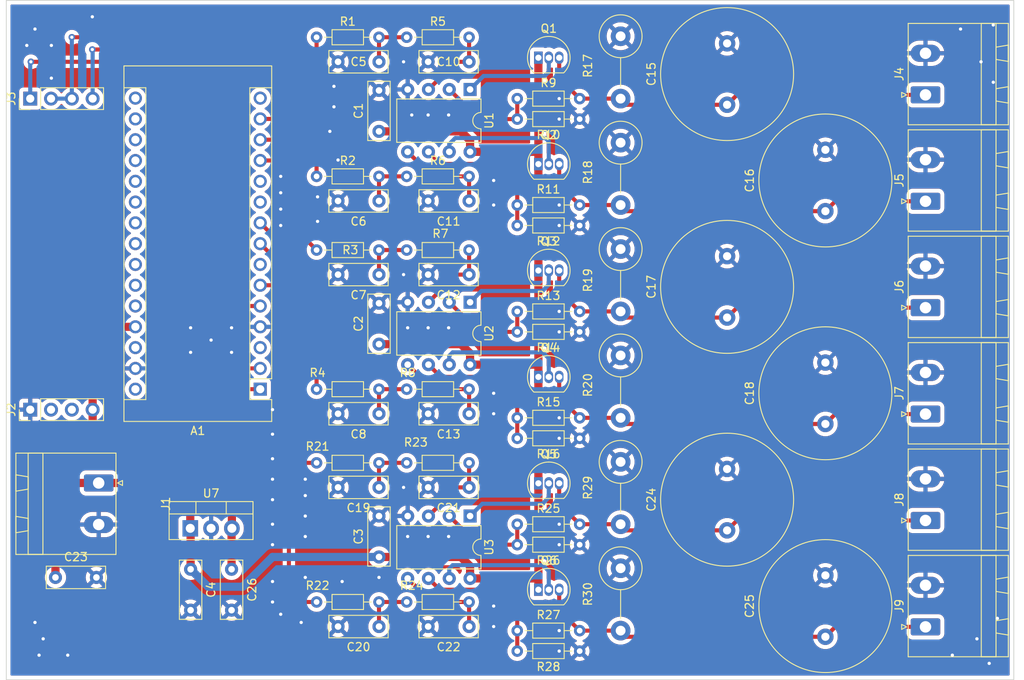
<source format=kicad_pcb>
(kicad_pcb (version 20211014) (generator pcbnew)
  (layers (0 "F.Cu" signal) (31 "B.Cu" signal) (34 "B.Paste" user) (35 "F.Paste" user) (36 "B.SilkS" user "B.Silkscreen") (37 "F.SilkS" user "F.Silkscreen") (38 "B.Mask" user) (39 "F.Mask" user) (44 "Edge.Cuts" user))
  (net 0 "")
  (net 1 "TX")
  (net 2 "RX")
  (net 4 "GND")
  (net 5 "OE")
  (net 6 "PWM0")
  (net 8 "PWM1")
  (net 9 "PWM2")
  (net 12 "PWM3")
  (net 13 "PWM4")
  (net 14 "PWM5")
  (net 27 "+5V")
  (net 30 "+12V")
  (net 31 "Net-(C5-Pad1)")
  (net 32 "Net-(C6-Pad1)")
  (net 33 "Net-(C7-Pad1)")
  (net 34 "Net-(C8-Pad1)")
  (net 35 "Net-(C10-Pad1)")
  (net 36 "Net-(C11-Pad1)")
  (net 37 "Net-(C12-Pad1)")
  (net 38 "Net-(C13-Pad1)")
  (net 39 "AO0")
  (net 40 "AO1")
  (net 41 "AO2")
  (net 42 "AO3")
  (net 43 "Net-(C19-Pad1)")
  (net 44 "Net-(C20-Pad1)")
  (net 45 "Net-(C21-Pad1)")
  (net 46 "Net-(C22-Pad1)")
  (net 47 "AO4")
  (net 48 "AO5")
  (net 51 "Net-(Q1-Pad2)")
  (net 52 "Net-(Q2-Pad2)")
  (net 53 "Net-(Q3-Pad2)")
  (net 54 "Net-(Q4-Pad2)")
  (net 55 "Net-(Q5-Pad2)")
  (net 56 "Net-(Q6-Pad2)")
  (net 57 "Net-(R10-Pad2)")
  (net 58 "Net-(R11-Pad1)")
  (net 59 "Net-(R13-Pad1)")
  (net 60 "Net-(R15-Pad1)")
  (net 61 "Net-(R25-Pad1)")
  (net 62 "Net-(R27-Pad1)")
  (footprint "Resistor_THT:R_Axial_DIN0204_L3.6mm_D1.6mm_P7.62mm_Horizontal" (layer "F.Cu") (at 184.88 115.5)
    (fp_text reference "R22")
    (fp_text value "100k")
  )
  (footprint "Resistor_THT:R_Axial_DIN0204_L3.6mm_D1.6mm_P7.62mm_Horizontal" (layer "F.Cu") (at 195.88 72.5)
    (fp_text reference "R7")
    (fp_text value "100k")
  )
  (footprint "Resistor_THT:R_Axial_DIN0516_L15.5mm_D5.0mm_P7.62mm_Vertical" (layer "F.Cu") (at 222 98.38 -90)
    (fp_text reference "R29")
    (fp_text value "60/2W")
  )
  (footprint "Resistor_THT:R_Axial_DIN0204_L3.6mm_D1.6mm_P7.62mm_Horizontal" (layer "F.Cu") (at 217 82.5 180)
    (fp_text reference "R14")
    (fp_text value "10k")
  )
  (footprint "Capacitor_THT:C_Radial_D16.0mm_H25.0mm_P7.50mm" (layer "F.Cu") (at 235 80.75 90)
    (fp_text reference "C17")
    (fp_text value "1000u/63V")
  )
  (footprint "Capacitor_THT:C_Radial_D16.0mm_H25.0mm_P7.50mm" (layer "F.Cu") (at 247 119.75 90)
    (fp_text reference "C25")
    (fp_text value "1000u/63V")
  )
  (footprint "Package_TO_SOT_THT:TO-92_Inline" (layer "F.Cu") (at 211.96 88)
    (fp_text reference "Q4")
    (fp_text value "BC517")
  )
  (footprint "Capacitor_THT:C_Disc_D7.0mm_W2.5mm_P5.00mm" (layer "F.Cu") (at 153 112.5)
    (fp_text reference "C23")
    (fp_text value "100n")
  )
  (footprint "Capacitor_THT:C_Radial_D16.0mm_H25.0mm_P7.50mm" (layer "F.Cu") (at 235 106.75 90)
    (fp_text reference "C24")
    (fp_text value "1000u/63V")
  )
  (footprint "Resistor_THT:R_Axial_DIN0204_L3.6mm_D1.6mm_P7.62mm_Horizontal" (layer "F.Cu") (at 184.88 46.5)
    (fp_text reference "R1")
    (fp_text value "100k")
  )
  (footprint "Capacitor_THT:C_Disc_D7.0mm_W2.5mm_P5.00mm" (layer "F.Cu") (at 192.5 66.5 180)
    (fp_text reference "C6")
    (fp_text value "100n")
  )
  (footprint "Capacitor_THT:C_Disc_D7.0mm_W2.5mm_P5.00mm" (layer "F.Cu") (at 174.5 111.5 -90)
    (fp_text reference "C26")
    (fp_text value "100n")
  )
  (footprint "Package_TO_SOT_THT:TO-92_Inline" (layer "F.Cu") (at 211.96 114)
    (fp_text reference "Q6")
    (fp_text value "BC517")
  )
  (footprint "Capacitor_THT:C_Disc_D7.0mm_W2.5mm_P5.00mm" (layer "F.Cu") (at 192.5 84 90)
    (fp_text reference "C2")
    (fp_text value "100n")
  )
  (footprint "Resistor_THT:R_Axial_DIN0204_L3.6mm_D1.6mm_P7.62mm_Horizontal" (layer "F.Cu") (at 217 69.5 180)
    (fp_text reference "R12")
    (fp_text value "10k")
  )
  (footprint "Capacitor_THT:C_Disc_D7.0mm_W2.5mm_P5.00mm" (layer "F.Cu") (at 192.5 101.5 180)
    (fp_text reference "C19")
    (fp_text value "100n")
  )
  (footprint "Connector_Phoenix_MSTB:PhoenixContact_MSTBA_2,5_2-G-5,08_1x02_P5.08mm_Horizontal" (layer "F.Cu") (at 259.2225 118.54 90)
    (fp_text reference "J9")
    (fp_text value "Conn_01x02_Male")
  )
  (footprint "Capacitor_THT:C_Disc_D7.0mm_W2.5mm_P5.00mm" (layer "F.Cu") (at 192.5 75.5 180)
    (fp_text reference "C7")
    (fp_text value "100n")
  )
  (footprint "Resistor_THT:R_Axial_DIN0204_L3.6mm_D1.6mm_P7.62mm_Horizontal" (layer "F.Cu") (at 209.38 93)
    (fp_text reference "R15")
    (fp_text value "10k")
  )
  (footprint "Resistor_THT:R_Axial_DIN0516_L15.5mm_D5.0mm_P7.62mm_Vertical" (layer "F.Cu") (at 222 46.38 -90)
    (fp_text reference "R17")
    (fp_text value "60/2W")
  )
  (footprint "Resistor_THT:R_Axial_DIN0204_L3.6mm_D1.6mm_P7.62mm_Horizontal" (layer "F.Cu") (at 195.88 98.5)
    (fp_text reference "R23")
    (fp_text value "100k")
  )
  (footprint "Resistor_THT:R_Axial_DIN0204_L3.6mm_D1.6mm_P7.62mm_Horizontal" (layer "F.Cu") (at 184.88 89.5)
    (fp_text reference "R4")
    (fp_text value "100k")
  )
  (footprint "Connector_Phoenix_MSTB:PhoenixContact_MSTBA_2,5_2-G-5,08_1x02_P5.08mm_Horizontal" (layer "F.Cu") (at 259.2225 92.54 90)
    (fp_text reference "J7")
    (fp_text value "Conn_01x02_Male")
  )
  (footprint "Resistor_THT:R_Axial_DIN0204_L3.6mm_D1.6mm_P7.62mm_Horizontal" (layer "F.Cu") (at 195.88 89.5)
    (fp_text reference "R8")
    (fp_text value "100k")
  )
  (footprint "Capacitor_THT:C_Radial_D16.0mm_H25.0mm_P7.50mm" (layer "F.Cu") (at 247 93.75 90)
    (fp_text reference "C18")
    (fp_text value "1000u/63V")
  )
  (footprint "Resistor_THT:R_Axial_DIN0516_L15.5mm_D5.0mm_P7.62mm_Vertical" (layer "F.Cu") (at 222 72.38 -90)
    (fp_text reference "R19")
    (fp_text value "60/2W")
  )
  (footprint "Resistor_THT:R_Axial_DIN0204_L3.6mm_D1.6mm_P7.62mm_Horizontal" (layer "F.Cu") (at 209.38 119)
    (fp_text reference "R27")
    (fp_text value "10k")
  )
  (footprint "Connector_PinHeader_2.54mm:PinHeader_1x04_P2.54mm_Vertical" (layer "F.Cu") (at 149.92 54 90)
    (fp_text reference "J3")
    (fp_text value "Conn_01x04_Female")
  )
  (footprint "Resistor_THT:R_Axial_DIN0204_L3.6mm_D1.6mm_P7.62mm_Horizontal" (layer "F.Cu") (at 195.88 46.5)
    (fp_text reference "R5")
    (fp_text value "100k")
  )
  (footprint "Connector_Phoenix_MSTB:PhoenixContact_MSTBA_2,5_2-G-5,08_1x02_P5.08mm_Horizontal" (layer "F.Cu") (at 259.2225 66.54 90)
    (fp_text reference "J5")
    (fp_text value "Conn_01x02_Male")
  )
  (footprint "Resistor_THT:R_Axial_DIN0204_L3.6mm_D1.6mm_P7.62mm_Horizontal" (layer "F.Cu") (at 209.38 106)
    (fp_text reference "R25")
    (fp_text value "10k")
  )
  (footprint "Capacitor_THT:C_Disc_D7.0mm_W2.5mm_P5.00mm" (layer "F.Cu") (at 192.5 58 90)
    (fp_text reference "C1")
    (fp_text value "100n")
  )
  (footprint "Package_TO_SOT_THT:TO-220-3_Vertical" (layer "F.Cu") (at 169.46 106.5)
    (fp_text reference "U7")
    (fp_text value "LM7805_TO220")
  )
  (footprint "Capacitor_THT:C_Disc_D7.0mm_W2.5mm_P5.00mm" (layer "F.Cu") (at 192.5 49.5 180)
    (fp_text reference "C5")
    (fp_text value "100n")
  )
  (footprint "Resistor_THT:R_Axial_DIN0204_L3.6mm_D1.6mm_P7.62mm_Horizontal" (layer "F.Cu") (at 184.88 98.5)
    (fp_text reference "R21")
    (fp_text value "100k")
  )
  (footprint "Connector_Phoenix_MSTB:PhoenixContact_MSTBA_2,5_2-G-5,08_1x02_P5.08mm_Horizontal" (layer "F.Cu") (at 259.2225 79.54 90)
    (fp_text reference "J6")
    (fp_text value "Conn_01x02_Male")
  )
  (footprint "Package_TO_SOT_THT:TO-92_Inline" (layer "F.Cu") (at 211.96 75)
    (fp_text reference "Q3")
    (fp_text value "BC517")
  )
  (footprint "Capacitor_THT:C_Disc_D7.0mm_W2.5mm_P5.00mm" (layer "F.Cu") (at 203.5 75.5 180)
    (fp_text reference "C12")
    (fp_text value "100n")
  )
  (footprint "Capacitor_THT:C_Radial_D16.0mm_H25.0mm_P7.50mm" (layer "F.Cu") (at 235 54.75 90)
    (fp_text reference "C15")
    (fp_text value "1000u/63V")
  )
  (footprint "Capacitor_THT:C_Disc_D7.0mm_W2.5mm_P5.00mm" (layer "F.Cu") (at 192.5 92.5 180)
    (fp_text reference "C8")
    (fp_text value "100n")
  )
  (footprint "Package_TO_SOT_THT:TO-92_Inline" (layer "F.Cu") (at 211.96 62)
    (fp_text reference "Q2")
    (fp_text value "BC517")
  )
  (footprint "Capacitor_THT:C_Disc_D7.0mm_W2.5mm_P5.00mm" (layer "F.Cu") (at 203.5 49.5 180)
    (fp_text reference "C10")
    (fp_text value "100n")
  )
  (footprint "Connector_PinHeader_2.54mm:PinHeader_1x04_P2.54mm_Vertical" (layer "F.Cu") (at 149.92 92 90)
    (fp_text reference "J2")
    (fp_text value "Conn_01x04_Female")
  )
  (footprint "Capacitor_THT:C_Disc_D7.0mm_W2.5mm_P5.00mm" (layer "F.Cu") (at 192.5 110 90)
    (fp_text reference "C3")
    (fp_text value "100n")
  )
  (footprint "Resistor_THT:R_Axial_DIN0516_L15.5mm_D5.0mm_P7.62mm_Vertical" (layer "F.Cu") (at 222 85.38 -90)
    (fp_text reference "R20")
    (fp_text value "60/2W")
  )
  (footprint "Capacitor_THT:C_Disc_D7.0mm_W2.5mm_P5.00mm" (layer "F.Cu") (at 203.5 66.5 180)
    (fp_text reference "C11")
    (fp_text value "100n")
  )
  (footprint "Resistor_THT:R_Axial_DIN0204_L3.6mm_D1.6mm_P7.62mm_Horizontal" (layer "F.Cu") (at 209.38 54)
    (fp_text reference "R9")
    (fp_text value "10k")
  )
  (footprint "Capacitor_THT:C_Disc_D7.0mm_W2.5mm_P5.00mm" (layer "F.Cu") (at 203.5 118.5 180)
    (fp_text reference "C22")
    (fp_text value "100n")
  )
  (footprint "Capacitor_THT:C_Disc_D7.0mm_W2.5mm_P5.00mm" (layer "F.Cu") (at 192.5 118.5 180)
    (fp_text reference "C20")
    (fp_text value "100n")
  )
  (footprint "Resistor_THT:R_Axial_DIN0204_L3.6mm_D1.6mm_P7.62mm_Horizontal" (layer "F.Cu") (at 195.88 63.5)
    (fp_text reference "R6")
    (fp_text value "100k")
  )
  (footprint "Resistor_THT:R_Axial_DIN0516_L15.5mm_D5.0mm_P7.62mm_Vertical" (layer "F.Cu") (at 222 111.38 -90)
    (fp_text reference "R30")
    (fp_text value "60/2W")
  )
  (footprint "Resistor_THT:R_Axial_DIN0204_L3.6mm_D1.6mm_P7.62mm_Horizontal" (layer "F.Cu") (at 217 108.5 180)
    (fp_text reference "R26")
    (fp_text value "10k")
  )
  (footprint "Resistor_THT:R_Axial_DIN0516_L15.5mm_D5.0mm_P7.62mm_Vertical" (layer "F.Cu") (at 222 59.38 -90)
    (fp_text reference "R18")
    (fp_text value "60/2W")
  )
  (footprint "Resistor_THT:R_Axial_DIN0204_L3.6mm_D1.6mm_P7.62mm_Horizontal" (layer "F.Cu") (at 217 121.5 180)
    (fp_text reference "R28")
    (fp_text value "10k")
  )
  (footprint "Connector_Phoenix_MSTB:PhoenixContact_MSTBA_2,5_2-G-5,08_1x02_P5.08mm_Horizontal" (layer "F.Cu") (at 259.2225 53.54 90)
    (fp_text reference "J4")
    (fp_text value "Conn_01x02_Male")
  )
  (footprint "Resistor_THT:R_Axial_DIN0204_L3.6mm_D1.6mm_P7.62mm_Horizontal" (layer "F.Cu") (at 184.88 63.5)
    (fp_text reference "R2")
    (fp_text value "100k")
  )
  (footprint "Resistor_THT:R_Axial_DIN0204_L3.6mm_D1.6mm_P7.62mm_Horizontal" (layer "F.Cu") (at 217 56.5 180)
    (fp_text reference "R10")
    (fp_text value "10k")
  )
  (footprint "Resistor_THT:R_Axial_DIN0204_L3.6mm_D1.6mm_P7.62mm_Horizontal" (layer "F.Cu") (at 184.88 72.5)
    (fp_text reference "R3")
    (fp_text value "100k")
  )
  (footprint "Capacitor_THT:C_Radial_D16.0mm_H25.0mm_P7.50mm" (layer "F.Cu") (at 247 67.75 90)
    (fp_text reference "C16")
    (fp_text value "1000u/63V")
  )
  (footprint "Package_DIP:DIP-8_W7.62mm" (layer "F.Cu") (at 203.62 105 -90)
    (fp_text reference "U3")
    (fp_text value "LM358")
  )
  (footprint "Capacitor_THT:C_Disc_D7.0mm_W2.5mm_P5.00mm" (layer "F.Cu") (at 203.5 101.5 180)
    (fp_text reference "C21")
    (fp_text value "100n")
  )
  (footprint "Package_TO_SOT_THT:TO-92_Inline" (layer "F.Cu") (at 211.96 101)
    (fp_text reference "Q5")
    (fp_text value "BC517")
  )
  (footprint "Package_TO_SOT_THT:TO-92_Inline" (layer "F.Cu") (at 211.96 49)
    (fp_text reference "Q1")
    (fp_text value "BC517")
  )
  (footprint "Resistor_THT:R_Axial_DIN0204_L3.6mm_D1.6mm_P7.62mm_Horizontal" (layer "F.Cu") (at 217 95.5 180)
    (fp_text reference "R16")
    (fp_text value "10k")
  )
  (footprint "Capacitor_THT:C_Disc_D7.0mm_W2.5mm_P5.00mm" (layer "F.Cu") (at 169.5 111.5 -90)
    (fp_text reference "C4")
    (fp_text value "100n")
  )
  (footprint "Capacitor_THT:C_Disc_D7.0mm_W2.5mm_P5.00mm" (layer "F.Cu") (at 203.5 92.5 180)
    (fp_text reference "C13")
    (fp_text value "100n")
  )
  (footprint "Resistor_THT:R_Axial_DIN0204_L3.6mm_D1.6mm_P7.62mm_Horizontal" (layer "F.Cu") (at 195.88 115.5)
    (fp_text reference "R24")
    (fp_text value "100k")
  )
  (footprint "Connector_Phoenix_MSTB:PhoenixContact_MSTBA_2,5_2-G-5,08_1x02_P5.08mm_Horizontal" (layer "F.Cu") (at 259.2225 105.54 90)
    (fp_text reference "J8")
    (fp_text value "Conn_01x02_Male")
  )
  (footprint "Resistor_THT:R_Axial_DIN0204_L3.6mm_D1.6mm_P7.62mm_Horizontal" (layer "F.Cu") (at 209.38 80)
    (fp_text reference "R13")
    (fp_text value "10k")
  )
  (footprint "Package_DIP:DIP-8_W7.62mm" (layer "F.Cu") (at 203.62 78.88 -90)
    (fp_text reference "U2")
    (fp_text value "LM358")
  )
  (footprint "Module:Arduino_Nano" (layer "F.Cu") (at 178 89.5 180)
    (fp_text reference "A1")
    (fp_text value "Arduino_Nano_v3.x")
  )
  (footprint "Resistor_THT:R_Axial_DIN0204_L3.6mm_D1.6mm_P7.62mm_Horizontal" (layer "F.Cu") (at 209.38 67)
    (fp_text reference "R11")
    (fp_text value "10k")
  )
  (footprint "Connector_Phoenix_MSTB:PhoenixContact_MSTBA_2,5_2-G-5,08_1x02_P5.08mm_Horizontal" (layer "F.Cu") (at 158.2775 100.96 -90)
    (fp_text reference "J1")
    (fp_text value "Conn_01x02_Male")
  )
  (footprint "Package_DIP:DIP-8_W7.62mm" (layer "F.Cu") (at 203.62 52.88 -90)
    (fp_text reference "U1")
    (fp_text value "LM358")
  )
  (gr_poly (pts (xy 270 125) (xy 147 125) (xy 147 42) (xy 270 42)) (layer "Edge.Cuts") (width 0.1) (fill none))
  (segment (start 150 49.5) (end 164 49.5) (width 0.5) (layer "F.Cu") (net 1))
  (segment (start 178 89.5) (end 165.5 89.5) (width 0.5) (layer "F.Cu") (net 1))
  (segment (start 165.5 89.5) (end 165 89) (width 0.5) (layer "F.Cu") (net 1))
  (segment (start 165 50.5) (end 164 49.5) (width 0.5) (layer "F.Cu") (net 1))
  (segment (start 165 89) (end 165 50.5) (width 0.5) (layer "F.Cu") (net 1))
  (via (at 150 49.5) (size 0.8) (drill 0.4) (layers "F.Cu" "B.Cu") (net 1))
  (segment (start 149.92 54) (end 149.92 49.58) (width 0.5) (layer "B.Cu") (net 1))
  (segment (start 149.92 49.58) (end 150 49.5) (width 0.5) (layer "B.Cu") (net 1))
  (segment (start 178 86.96) (end 166.96 86.96) (width 0.5) (layer "F.Cu") (net 2))
  (segment (start 166.5 49) (end 165.5 48) (width 0.5) (layer "F.Cu") (net 2))
  (segment (start 157.5 48) (end 165.5 48) (width 0.5) (layer "F.Cu") (net 2))
  (segment (start 166.96 86.96) (end 166.5 86.5) (width 0.5) (layer "F.Cu") (net 2))
  (segment (start 166.5 86.5) (end 166.5 49) (width 0.5) (layer "F.Cu") (net 2))
  (via (at 157.5 48) (size 0.8) (drill 0.4) (layers "F.Cu" "B.Cu") (net 2))
  (segment (start 157.54 48.04) (end 157.5 48) (width 0.5) (layer "B.Cu") (net 2))
  (segment (start 157.54 54) (end 157.54 48.04) (width 0.5) (layer "B.Cu") (net 2))
  (via (at 179.5 103) (size 0.8) (drill 0.4) (layers "F.Cu" "B.Cu") (net 4))
  (via (at 268 117.5) (size 0.8) (drill 0.4) (layers "F.Cu" "B.Cu") (net 4))
  (via (at 214.5 93) (size 0.8) (drill 0.4) (layers "F.Cu" "B.Cu") (net 4))
  (via (at 214.5 108.5) (size 0.8) (drill 0.4) (layers "F.Cu" "B.Cu") (net 4))
  (via (at 179.5 100.5) (size 0.8) (drill 0.4) (layers "F.Cu" "B.Cu") (net 4))
  (via (at 265.5 120) (size 0.8) (drill 0.4) (layers "F.Cu" "B.Cu") (net 4))
  (via (at 150.5 45.5) (size 0.8) (drill 0.4) (layers "F.Cu" "B.Cu") (net 4))
  (via (at 214.5 54) (size 0.8) (drill 0.4) (layers "F.Cu" "B.Cu") (net 4))
  (via (at 195.5 49.5) (size 0.8) (drill 0.4) (layers "F.Cu" "B.Cu") (net 4))
  (via (at 206.5 90) (size 0.8) (drill 0.4) (layers "F.Cu" "B.Cu") (net 4))
  (via (at 263.5 45.5) (size 0.8) (drill 0.4) (layers "F.Cu" "B.Cu") (net 4))
  (via (at 214.5 106) (size 0.8) (drill 0.4) (layers "F.Cu" "B.Cu") (net 4))
  (via (at 169.5 82) (size 0.8) (drill 0.4) (layers "F.Cu" "B.Cu") (net 4))
  (via (at 206.5 92.5) (size 0.8) (drill 0.4) (layers "F.Cu" "B.Cu") (net 4))
  (via (at 195.5 75.5) (size 0.8) (drill 0.4) (layers "F.Cu" "B.Cu") (net 4))
  (via (at 180.5 65.5) (size 0.8) (drill 0.4) (layers "F.Cu" "B.Cu") (net 4))
  (via (at 152.5 47.5) (size 0.8) (drill 0.4) (layers "F.Cu" "B.Cu") (net 4))
  (via (at 183.5 102.5) (size 0.8) (drill 0.4) (layers "F.Cu" "B.Cu") (net 4))
  (via (at 196.5 56) (size 0.8) (drill 0.4) (layers "F.Cu" "B.Cu") (net 4))
  (via (at 154.5 122) (size 0.8) (drill 0.4) (layers "F.Cu" "B.Cu") (net 4))
  (via (at 183.5 100.5) (size 0.8) (drill 0.4) (layers "F.Cu" "B.Cu") (net 4))
  (via (at 180.5 67.5) (size 0.8) (drill 0.4) (layers "F.Cu" "B.Cu") (net 4))
  (via (at 196 107.5) (size 0.8) (drill 0.4) (layers "F.Cu" "B.Cu") (net 4))
  (via (at 180.5 69.5) (size 0.8) (drill 0.4) (layers "F.Cu" "B.Cu") (net 4))
  (via (at 214.5 119) (size 0.8) (drill 0.4) (layers "F.Cu" "B.Cu") (net 4))
  (via (at 201 56) (size 0.8) (drill 0.4) (layers "F.Cu" "B.Cu") (net 4))
  (via (at 149.5 47.5) (size 0.8) (drill 0.4) (layers "F.Cu" "B.Cu") (net 4))
  (via (at 179.5 95) (size 0.8) (drill 0.4) (layers "F.Cu" "B.Cu") (net 4))
  (via (at 198.5 82) (size 0.8) (drill 0.4) (layers "F.Cu" "B.Cu") (net 4))
  (via (at 150.5 118) (size 0.8) (drill 0.4) (layers "F.Cu" "B.Cu") (net 4))
  (via (at 185 69) (size 0.8) (drill 0.4) (layers "F.Cu" "B.Cu") (net 4))
  (via (at 201 107.5) (size 0.8) (drill 0.4) (layers "F.Cu" "B.Cu") (net 4))
  (via (at 201 82) (size 0.8) (drill 0.4) (layers "F.Cu" "B.Cu") (net 4))
  (via (at 267 123) (size 0.8) (drill 0.4) (layers "F.Cu" "B.Cu") (net 4))
  (via (at 214.5 95.5) (size 0.8) (drill 0.4) (layers "F.Cu" "B.Cu") (net 4))
  (via (at 179.5 98) (size 0.8) (drill 0.4) (layers "F.Cu" "B.Cu") (net 4))
  (via (at 195.5 101.5) (size 0.8) (drill 0.4) (layers "F.Cu" "B.Cu") (net 4))
  (via (at 152.5 51.5) (size 0.8) (drill 0.4) (layers "F.Cu" "B.Cu") (net 4))
  (via (at 186.5 58) (size 0.8) (drill 0.4) (layers "F.Cu" "B.Cu") (net 4))
  (via (at 174.5 85) (size 0.8) (drill 0.4) (layers "F.Cu" "B.Cu") (net 4))
  (via (at 174.5 82) (size 0.8) (drill 0.4) (layers "F.Cu" "B.Cu") (net 4))
  (via (at 214.5 69.5) (size 0.8) (drill 0.4) (layers "F.Cu" "B.Cu") (net 4))
  (via (at 185 66) (size 0.8) (drill 0.4) (layers "F.Cu" "B.Cu") (net 4))
  (via (at 214.5 80) (size 0.8) (drill 0.4) (layers "F.Cu" "B.Cu") (net 4))
  (via (at 206.5 64) (size 0.8) (drill 0.4) (layers "F.Cu" "B.Cu") (net 4))
  (via (at 196 82) (size 0.8) (drill 0.4) (layers "F.Cu" "B.Cu") (net 4))
  (via (at 179.5 92) (size 0.8) (drill 0.4) (layers "F.Cu" "B.Cu") (net 4))
  (via (at 188 113) (size 0.8) (drill 0.4) (layers "F.Cu" "B.Cu") (net 4))
  (via (at 179.5 106) (size 0.8) (drill 0.4) (layers "F.Cu" "B.Cu") (net 4))
  (via (at 266 49.5) (size 0.8) (drill 0.4) (layers "F.Cu" "B.Cu") (net 4))
  (via (at 206.5 118.5) (size 0.8) (drill 0.4) (layers "F.Cu" "B.Cu") (net 4))
  (via (at 267.5 45) (size 0.8) (drill 0.4) (layers "F.Cu" "B.Cu") (net 4))
  (via (at 267.5 52) (size 0.8) (drill 0.4) (layers "F.Cu" "B.Cu") (net 4))
  (via (at 151 122) (size 0.8) (drill 0.4) (layers "F.Cu" "B.Cu") (net 4))
  (via (at 214.5 56.5) (size 0.8) (drill 0.4) (layers "F.Cu" "B.Cu") (net 4))
  (via (at 180.5 63.5) (size 0.8) (drill 0.4) (layers "F.Cu" "B.Cu") (net 4))
  (via (at 179.5 113) (size 0.8) (drill 0.4) (layers "F.Cu" "B.Cu") (net 4))
  (via (at 179.5 115.5) (size 0.8) (drill 0.4) (layers "F.Cu" "B.Cu") (net 4))
  (via (at 183 118) (size 0.8) (drill 0.4) (layers "F.Cu" "B.Cu") (net 4))
  (via (at 180.5 117) (size 0.8) (drill 0.4) (layers "F.Cu" "B.Cu") (net 4))
  (via (at 151.5 120) (size 0.8) (drill 0.4) (layers "F.Cu" "B.Cu") (net 4))
  (via (at 206.5 116) (size 0.8) (drill 0.4) (layers "F.Cu" "B.Cu") (net 4))
  (via (at 157.5 44) (size 0.8) (drill 0.4) (layers "F.Cu" "B.Cu") (net 4))
  (via (at 183.5 105) (size 0.8) (drill 0.4) (layers "F.Cu" "B.Cu") (net 4))
  (via (at 183.5 107.5) (size 0.8) (drill 0.4) (layers "F.Cu" "B.Cu") (net 4))
  (via (at 179.5 108.5) (size 0.8) (drill 0.4) (layers "F.Cu" "B.Cu") (net 4))
  (via (at 183.5 112.5) (size 0.8) (drill 0.4) (layers "F.Cu" "B.Cu") (net 4))
  (via (at 206.5 67) (size 0.8) (drill 0.4) (layers "F.Cu" "B.Cu") (net 4))
  (via (at 169.5 85) (size 0.8) (drill 0.4) (layers "F.Cu" "B.Cu") (net 4))
  (via (at 198.5 107.5) (size 0.8) (drill 0.4) (layers "F.Cu" "B.Cu") (net 4))
  (via (at 192.5 112.5) (size 0.8) (drill 0.4) (layers "F.Cu" "B.Cu") (net 4))
  (via (at 187.5 61.5) (size 0.8) (drill 0.4) (layers "F.Cu" "B.Cu") (net 4))
  (via (at 198.5 56) (size 0.8) (drill 0.4) (layers "F.Cu" "B.Cu") (net 4))
  (via (at 214.5 121.5) (size 0.8) (drill 0.4) (layers "F.Cu" "B.Cu") (net 4))
  (via (at 214.5 67) (size 0.8) (drill 0.4) (layers "F.Cu" "B.Cu") (net 4))
  (via (at 187 52.5) (size 0.8) (drill 0.4) (layers "F.Cu" "B.Cu") (net 4))
  (via (at 172 83.5) (size 0.8) (drill 0.4) (layers "F.Cu" "B.Cu") (net 4))
  (via (at 262.5 122) (size 0.8) (drill 0.4) (layers "F.Cu" "B.Cu") (net 4))
  (via (at 187 55) (size 0.8) (drill 0.4) (layers "F.Cu" "B.Cu") (net 4))
  (via (at 214.5 82.5) (size 0.8) (drill 0.4) (layers "F.Cu" "B.Cu") (net 4))
  (segment (start 155 46.5) (end 167 46.5) (width 0.5) (layer "F.Cu") (net 5))
  (segment (start 168 78.68) (end 168.66 79.34) (width 0.5) (layer "F.Cu") (net 5))
  (segment (start 168 47.5) (end 168 78.68) (width 0.5) (layer "F.Cu") (net 5))
  (segment (start 168.66 79.34) (end 178 79.34) (width 0.5) (layer "F.Cu") (net 5))
  (segment (start 167 46.5) (end 168 47.5) (width 0.5) (layer "F.Cu") (net 5))
  (via (at 155 46.5) (size 0.8) (drill 0.4) (layers "F.Cu" "B.Cu") (net 5))
  (segment (start 152.46 54) (end 155 54) (width 0.5) (layer "B.Cu") (net 5))
  (segment (start 155 54) (end 155 46.5) (width 0.5) (layer "B.Cu") (net 5))
  (segment (start 178 56.48) (end 184.52 56.48) (width 0.5) (layer "F.Cu") (net 6))
  (segment (start 184.88 56.12) (end 184.52 56.48) (width 0.5) (layer "F.Cu") (net 6))
  (segment (start 184.88 46.5) (end 184.88 56.12) (width 0.5) (layer "F.Cu") (net 6))
  (segment (start 184.88 63.5) (end 184.88 59.38) (width 0.5) (layer "F.Cu") (net 8))
  (segment (start 178 59.02) (end 184.48 59.02) (width 0.5) (layer "F.Cu") (net 8))
  (segment (start 184.48 59.02) (end 184.5 59) (width 0.5) (layer "F.Cu") (net 8))
  (segment (start 184.88 59.38) (end 184.5 59) (width 0.5) (layer "F.Cu") (net 8))
  (segment (start 182.5 70.12) (end 184.88 72.5) (width 0.5) (layer "F.Cu") (net 9))
  (segment (start 178 61.56) (end 182.06 61.56) (width 0.5) (layer "F.Cu") (net 9))
  (segment (start 182.06 61.56) (end 182.5 62) (width 0.5) (layer "F.Cu") (net 9))
  (segment (start 182.5 62) (end 182.5 70.12) (width 0.5) (layer "F.Cu") (net 9))
  (segment (start 178 69.18) (end 184.88 76.06) (width 0.5) (layer "F.Cu") (net 12))
  (segment (start 184.88 76.06) (end 184.88 89.5) (width 0.5) (layer "F.Cu") (net 12))
  (segment (start 178 71.72) (end 183 76.72) (width 0.5) (layer "F.Cu") (net 13))
  (segment (start 183 76.72) (end 183 98) (width 0.5) (layer "F.Cu") (net 13))
  (segment (start 183.5 98.5) (end 184.88 98.5) (width 0.5) (layer "F.Cu") (net 13))
  (segment (start 183 98) (end 183.5 98.5) (width 0.5) (layer "F.Cu") (net 13))
  (segment (start 182 115.5) (end 181.5 115) (width 0.5) (layer "F.Cu") (net 14))
  (segment (start 180.3 76.8) (end 178 76.8) (width 0.5) (layer "F.Cu") (net 14))
  (segment (start 184.88 115.5) (end 182 115.5) (width 0.5) (layer "F.Cu") (net 14))
  (segment (start 181.5 78) (end 180.3 76.8) (width 0.5) (layer "F.Cu") (net 14))
  (segment (start 181.5 115) (end 181.5 78) (width 0.5) (layer "F.Cu") (net 14))
  (segment (start 157.54 82.46) (end 158.12 81.88) (width 1) (layer "F.Cu") (net 27))
  (segment (start 157.54 94.04) (end 159.5 96) (width 1) (layer "F.Cu") (net 27))
  (segment (start 174.5 106.54) (end 174.54 106.5) (width 1) (layer "F.Cu") (net 27))
  (segment (start 174.5 111.5) (end 174.5 106.54) (width 1) (layer "F.Cu") (net 27))
  (segment (start 173 96) (end 174.54 97.54) (width 1) (layer "F.Cu") (net 27))
  (segment (start 158.12 81.88) (end 162.76 81.88) (width 1) (layer "F.Cu") (net 27))
  (segment (start 159.5 96) (end 173 96) (width 1) (layer "F.Cu") (net 27))
  (segment (start 157.54 92) (end 157.54 82.46) (width 1) (layer "F.Cu") (net 27))
  (segment (start 157.54 92) (end 157.54 94.04) (width 1) (layer "F.Cu") (net 27))
  (segment (start 174.54 97.54) (end 174.54 106.5) (width 1) (layer "F.Cu") (net 27))
  (segment (start 203.62 59.12) (end 203.62 60.5) (width 1) (layer "F.Cu") (net 30))
  (segment (start 211.92 86.5) (end 211.96 86.54) (width 1) (layer "F.Cu") (net 30))
  (segment (start 202.5 84) (end 203.62 85.12) (width 1) (layer "F.Cu") (net 30))
  (segment (start 211.96 86.54) (end 211.96 60.54) (width 1) (layer "F.Cu") (net 30))
  (segment (start 202.5 58) (end 203.62 59.12) (width 1) (layer "F.Cu") (net 30))
  (segment (start 169.46 106.5) (end 169.46 101.46) (width 1) (layer "F.Cu") (net 30))
  (segment (start 203.62 112.62) (end 211.88 112.62) (width 1) (layer "F.Cu") (net 30))
  (segment (start 192.5 110) (end 202.5 110) (width 1) (layer "F.Cu") (net 30))
  (segment (start 158.2775 100.96) (end 153.54 100.96) (width 1) (layer "F.Cu") (net 30))
  (segment (start 211.96 60.54) (end 211.96 49) (width 1) (layer "F.Cu") (net 30))
  (segment (start 169.5 106.54) (end 169.46 106.5) (width 1) (layer "F.Cu") (net 30))
  (segment (start 203.62 60.5) (end 211.92 60.5) (width 1) (layer "F.Cu") (net 30))
  (segment (start 153.54 100.96) (end 153 101.5) (width 1) (layer "F.Cu") (net 30))
  (segment (start 203.62 111.12) (end 203.62 112.62) (width 1) (layer "F.Cu") (net 30))
  (segment (start 168.96 100.96) (end 158.2775 100.96) (width 1) (layer "F.Cu") (net 30))
  (segment (start 192.5 58) (end 202.5 58) (width 1) (layer "F.Cu") (net 30))
  (segment (start 211.96 112.54) (end 211.96 86.54) (width 1) (layer "F.Cu") (net 30))
  (segment (start 203.62 85.12) (end 203.62 86.5) (width 1) (layer "F.Cu") (net 30))
  (segment (start 169.46 101.46) (end 168.96 100.96) (width 1) (layer "F.Cu") (net 30))
  (segment (start 211.88 112.62) (end 211.96 112.54) (width 1) (layer "F.Cu") (net 30))
  (segment (start 169.5 111.5) (end 169.5 106.54) (width 1) (layer "F.Cu") (net 30))
  (segment (start 203.62 86.5) (end 211.92 86.5) (width 1) (layer "F.Cu") (net 30))
  (segment (start 202.5 110) (end 203.62 111.12) (width 1) (layer "F.Cu") (net 30))
  (segment (start 192.5 84) (end 202.5 84) (width 1) (layer "F.Cu") (net 30))
  (segment (start 211.92 60.5) (end 211.96 60.54) (width 1) (layer "F.Cu") (net 30))
  (segment (start 211.96 114) (end 211.96 112.54) (width 1) (layer "F.Cu") (net 30))
  (segment (start 153 101.5) (end 153 112.5) (width 1) (layer "F.Cu") (net 30))
  (segment (start 192.5 110) (end 179.5 110) (width 1) (layer "B.Cu") (net 30))
  (segment (start 171.639261 113.639261) (end 169.5 111.5) (width 1) (layer "B.Cu") (net 30))
  (segment (start 175.860739 113.639261) (end 171.639261 113.639261) (width 1) (layer "B.Cu") (net 30))
  (segment (start 179.5 110) (end 175.860739 113.639261) (width 1) (layer "B.Cu") (net 30))
  (segment (start 192.5 49.5) (end 192.5 46.5) (width 0.5) (layer "F.Cu") (net 31))
  (segment (start 195.88 46.5) (end 192.5 46.5) (width 0.5) (layer "F.Cu") (net 31))
  (segment (start 195.88 63.5) (end 192.5 63.5) (width 0.5) (layer "F.Cu") (net 32))
  (segment (start 192.5 66.5) (end 192.5 63.5) (width 0.5) (layer "F.Cu") (net 32))
  (segment (start 192.5 75.5) (end 192.5 72.5) (width 0.5) (layer "F.Cu") (net 33))
  (segment (start 195.88 72.5) (end 192.5 72.5) (width 0.5) (layer "F.Cu") (net 33))
  (segment (start 195.88 89.5) (end 192.5 89.5) (width 0.5) (layer "F.Cu") (net 34))
  (segment (start 192.5 92.5) (end 192.5 89.5) (width 0.5) (layer "F.Cu") (net 34))
  (segment (start 201.92 49.5) (end 203.5 49.5) (width 0.5) (layer "F.Cu") (net 35))
  (segment (start 198.54 52.88) (end 201.92 49.5) (width 0.5) (layer "F.Cu") (net 35))
  (segment (start 203.5 49.5) (end 203.5 46.5) (width 0.5) (layer "F.Cu") (net 35))
  (segment (start 203.5 63.5) (end 199 63.5) (width 0.5) (layer "F.Cu") (net 36))
  (segment (start 199 63.5) (end 196 60.5) (width 0.5) (layer "F.Cu") (net 36))
  (segment (start 203.5 66.5) (end 203.5 63.5) (width 0.5) (layer "F.Cu") (net 36))
  (segment (start 198.54 78.88) (end 201.92 75.5) (width 0.5) (layer "F.Cu") (net 37))
  (segment (start 203.5 75.5) (end 203.5 72.5) (width 0.5) (layer "F.Cu") (net 37))
  (segment (start 201.92 75.5) (end 203.5 75.5) (width 0.5) (layer "F.Cu") (net 37))
  (segment (start 199 89.5) (end 196 86.5) (width 0.5) (layer "F.Cu") (net 38))
  (segment (start 203.5 89.5) (end 199 89.5) (width 0.5) (layer "F.Cu") (net 38))
  (segment (start 203.5 92.5) (end 203.5 89.5) (width 0.5) (layer "F.Cu") (net 38))
  (segment (start 222 54) (end 217 54) (width 0.5) (layer "F.Cu") (net 39))
  (segment (start 235 54.75) (end 222.75 54.75) (width 0.5) (layer "F.Cu") (net 39))
  (segment (start 259.2225 53.54) (end 236.21 53.54) (width 0.5) (layer "F.Cu") (net 39))
  (segment (start 236.21 53.54) (end 235 54.75) (width 0.5) (layer "F.Cu") (net 39))
  (segment (start 222.75 54.75) (end 222 54) (width 0.5) (layer "F.Cu") (net 39))
  (segment (start 214.5 49) (end 214.5 51.5) (width 0.5) (layer "F.Cu") (net 39))
  (segment (start 214.5 51.5) (end 217 54) (width 0.5) (layer "F.Cu") (net 39))
  (segment (start 214.5 62) (end 214.5 64.5) (width 0.5) (layer "F.Cu") (net 40))
  (segment (start 259.2225 66.54) (end 248.21 66.54) (width 0.5) (layer "F.Cu") (net 40))
  (segment (start 247 67.75) (end 222.75 67.75) (width 0.5) (layer "F.Cu") (net 40))
  (segment (start 222 67) (end 217 67) (width 0.5) (layer "F.Cu") (net 40))
  (segment (start 248.21 66.54) (end 247 67.75) (width 0.5) (layer "F.Cu") (net 40))
  (segment (start 222.75 67.75) (end 222 67) (width 0.5) (layer "F.Cu") (net 40))
  (segment (start 214.5 64.5) (end 217 67) (width 0.5) (layer "F.Cu") (net 40))
  (segment (start 214.5 77.5) (end 217 80) (width 0.5) (layer "F.Cu") (net 41))
  (segment (start 236.21 79.54) (end 235 80.75) (width 0.5) (layer "F.Cu") (net 41))
  (segment (start 235 80.75) (end 222.75 80.75) (width 0.5) (layer "F.Cu") (net 41))
  (segment (start 222 80) (end 217 80) (width 0.5) (layer "F.Cu") (net 41))
  (segment (start 214.5 75) (end 214.5 77.5) (width 0.5) (layer "F.Cu") (net 41))
  (segment (start 259.2225 79.54) (end 236.21 79.54) (width 0.5) (layer "F.Cu") (net 41))
  (segment (start 222.75 80.75) (end 222 80) (width 0.5) (layer "F.Cu") (net 41))
  (segment (start 214.5 90.5) (end 217 93) (width 0.5) (layer "F.Cu") (net 42))
  (segment (start 222.75 93.75) (end 222 93) (width 0.5) (layer "F.Cu") (net 42))
  (segment (start 247 93.75) (end 222.75 93.75) (width 0.5) (layer "F.Cu") (net 42))
  (segment (start 222 93) (end 217 93) (width 0.5) (layer "F.Cu") (net 42))
  (segment (start 259.2225 92.54) (end 248.21 92.54) (width 0.5) (layer "F.Cu") (net 42))
  (segment (start 248.21 92.54) (end 247 93.75) (width 0.5) (layer "F.Cu") (net 42))
  (segment (start 214.5 88) (end 214.5 90.5) (width 0.5) (layer "F.Cu") (net 42))
  (segment (start 192.5 101.5) (end 192.5 98.5) (width 0.5) (layer "F.Cu") (net 43))
  (segment (start 195.88 98.5) (end 192.5 98.5) (width 0.5) (layer "F.Cu") (net 43))
  (segment (start 192.5 115.5) (end 192.5 118.5) (width 0.5) (layer "F.Cu") (net 44))
  (segment (start 195.88 115.5) (end 192.5 115.5) (width 0.5) (layer "F.Cu") (net 44))
  (segment (start 202.04 101.5) (end 203.5 101.5) (width 0.5) (layer "F.Cu") (net 45))
  (segment (start 203.5 101.5) (end 203.5 98.5) (width 0.5) (layer "F.Cu") (net 45))
  (segment (start 198.54 105) (end 202.04 101.5) (width 0.5) (layer "F.Cu") (net 45))
  (segment (start 198.88 115.5) (end 196 112.62) (width 0.5) (layer "F.Cu") (net 46))
  (segment (start 203.5 115.5) (end 198.88 115.5) (width 0.5) (layer "F.Cu") (net 46))
  (segment (start 203.5 118.5) (end 203.5 115.5) (width 0.5) (layer "F.Cu") (net 46))
  (segment (start 236.21 105.54) (end 235 106.75) (width 0.5) (layer "F.Cu") (net 47))
  (segment (start 222.75 106.75) (end 222 106) (width 0.5) (layer "F.Cu") (net 47))
  (segment (start 259.2225 105.54) (end 236.21 105.54) (width 0.5) (layer "F.Cu") (net 47))
  (segment (start 235 106.75) (end 222.75 106.75) (width 0.5) (layer "F.Cu") (net 47))
  (segment (start 222 106) (end 217 106) (width 0.5) (layer "F.Cu") (net 47))
  (segment (start 214.5 103.5) (end 217 106) (width 0.5) (layer "F.Cu") (net 47))
  (segment (start 214.5 101) (end 214.5 103.5) (width 0.5) (layer "F.Cu") (net 47))
  (segment (start 248.21 118.54) (end 247 119.75) (width 0.5) (layer "F.Cu") (net 48))
  (segment (start 214.5 116.5) (end 217 119) (width 0.5) (layer "F.Cu") (net 48))
  (segment (start 214.5 114) (end 214.5 116.5) (width 0.5) (layer "F.Cu") (net 48))
  (segment (start 222.75 119.75) (end 222 119) (width 0.5) (layer "F.Cu") (net 48))
  (segment (start 259.2225 118.54) (end 248.21 118.54) (width 0.5) (layer "F.Cu") (net 48))
  (segment (start 247 119.75) (end 222.75 119.75) (width 0.5) (layer "F.Cu") (net 48))
  (segment (start 222 119) (end 217 119) (width 0.5) (layer "F.Cu") (net 48))
  (segment (start 213.23 50.77) (end 213.23 49) (width 0.5) (layer "B.Cu") (net 51))
  (segment (start 205.27 51.23) (end 212.73 51.23) (width 0.5) (layer "B.Cu") (net 51))
  (segment (start 212.73 51.23) (end 213.19 50.77) (width 0.5) (layer "B.Cu") (net 51))
  (segment (start 213.19 50.77) (end 213.23 50.77) (width 0.5) (layer "B.Cu") (net 51))
  (segment (start 203.62 52.88) (end 205.27 51.23) (width 0.5) (layer "B.Cu") (net 51))
  (segment (start 213.23 62) (end 213.23 59.23) (width 0.5) (layer "B.Cu") (net 52))
  (segment (start 201.08 59.555692) (end 201.817846 58.817846) (width 0.5) (layer "B.Cu") (net 52))
  (segment (start 212.817846 58.817846) (end 201.817846 58.817846) (width 0.5) (layer "B.Cu") (net 52))
  (segment (start 201.08 60.5) (end 201.08 59.555692) (width 0.5) (layer "B.Cu") (net 52))
  (segment (start 213.23 59.23) (end 212.817846 58.817846) (width 0.5) (layer "B.Cu") (net 52))
  (segment (start 205 77.5) (end 212.46 77.5) (width 0.5) (layer "B.Cu") (net 53))
  (segment (start 212.46 77.5) (end 213.23 76.73) (width 0.5) (layer "B.Cu") (net 53))
  (segment (start 213.23 76.73) (end 213.23 75) (width 0.5) (layer "B.Cu") (net 53))
  (segment (start 203.62 78.88) (end 205 77.5) (width 0.5) (layer "B.Cu") (net 53))
  (segment (start 212.5 85) (end 213.23 85.73) (width 0.5) (layer "B.Cu") (net 54))
  (segment (start 212.5 85) (end 201.5 85) (width 0.5) (layer "B.Cu") (net 54))
  (segment (start 201.08 86.5) (end 201.08 85.42) (width 0.5) (layer "B.Cu") (net 54))
  (segment (start 201.5 85) (end 201.08 85.42) (width 0.5) (layer "B.Cu") (net 54))
  (segment (start 213.23 85.73) (end 213.23 88) (width 0.5) (layer "B.Cu") (net 54))
  (segment (start 213.23 102.73) (end 213.23 101) (width 0.5) (layer "B.Cu") (net 55))
  (segment (start 203.62 105) (end 205.12 103.5) (width 0.5) (layer "B.Cu") (net 55))
  (segment (start 205.12 103.5) (end 212.5 103.5) (width 0.5) (layer "B.Cu") (net 55))
  (segment (start 212.5 103.46) (end 213.23 102.73) (width 0.5) (layer "B.Cu") (net 55))
  (segment (start 212.5 103.5) (end 212.5 103.46) (width 0.5) (layer "B.Cu") (net 55))
  (segment (start 201.08 112.62) (end 201.08 111.42) (width 0.5) (layer "B.Cu") (net 56))
  (segment (start 213.23 114) (end 213.23 111.73) (width 0.5) (layer "B.Cu") (net 56))
  (segment (start 212.5 111) (end 213.23 111.73) (width 0.5) (layer "B.Cu") (net 56))
  (segment (start 201.08 111.42) (end 201.5 111) (width 0.5) (layer "B.Cu") (net 56))
  (segment (start 201.5 111) (end 212.5 111) (width 0.5) (layer "B.Cu") (net 56))
  (segment (start 209.38 56.5) (end 204.7 56.5) (width 0.5) (layer "F.Cu") (net 57))
  (segment (start 204.7 56.5) (end 201.08 52.88) (width 0.5) (layer "F.Cu") (net 57))
  (segment (start 209.38 56.5) (end 209.38 54) (width 0.5) (layer "F.Cu") (net 57))
  (segment (start 209.38 67) (end 209.38 69.5) (width 0.5) (layer "F.Cu") (net 58))
  (segment (start 208.48 61.98) (end 200.02 61.98) (width 0.5) (layer "F.Cu") (net 58))
  (segment (start 200.02 61.98) (end 198.54 60.5) (width 0.5) (layer "F.Cu") (net 58))
  (segment (start 209.38 62.88) (end 208.48 61.98) (width 0.5) (layer "F.Cu") (net 58))
  (segment (start 209.38 67) (end 209.38 62.88) (width 0.5) (layer "F.Cu") (net 58))
  (segment (start 209.38 82.5) (end 209.38 80) (width 0.5) (layer "F.Cu") (net 59))
  (segment (start 204.7 82.5) (end 201.08 78.88) (width 0.5) (layer "F.Cu") (net 59))
  (segment (start 209.38 82.5) (end 204.7 82.5) (width 0.5) (layer "F.Cu") (net 59))
  (segment (start 208.5 88) (end 200.04 88) (width 0.5) (layer "F.Cu") (net 60))
  (segment (start 209.38 88.88) (end 208.5 88) (width 0.5) (layer "F.Cu") (net 60))
  (segment (start 200.04 88) (end 198.54 86.5) (width 0.5) (layer "F.Cu") (net 60))
  (segment (start 209.38 93) (end 209.38 88.88) (width 0.5) (layer "F.Cu") (net 60))
  (segment (start 209.38 95.5) (end 209.38 93) (width 0.5) (layer "F.Cu") (net 60))
  (segment (start 204.58 108.5) (end 201.08 105) (width 0.5) (layer "F.Cu") (net 61))
  (segment (start 209.38 108.5) (end 204.58 108.5) (width 0.5) (layer "F.Cu") (net 61))
  (segment (start 209.38 108.5) (end 209.38 106) (width 0.5) (layer "F.Cu") (net 61))
  (segment (start 209.38 121.5) (end 209.38 114.88) (width 0.5) (layer "F.Cu") (net 62))
  (segment (start 199.92 114) (end 198.54 112.62) (width 0.5) (layer "F.Cu") (net 62))
  (segment (start 208.5 114) (end 199.92 114) (width 0.5) (layer "F.Cu") (net 62))
  (segment (start 209.38 114.88) (end 208.5 114) (width 0.5) (layer "F.Cu") (net 62))
  (zone (net 4) (net_name "GND") (layer "F.Cu") (connect_pads (clearance 0.508)) (min_thickness 0.254) (fill yes (thermal_gap 0.508) (thermal_bridge_width 0.508))
    (polygon (pts (xy 269.5 124.5) (xy 147.5 124.5) (xy 147.5 42.5) (xy 269.5 42.5)))
  )
  (zone (net 4) (net_name "GND") (layer "B.Cu") (connect_pads (clearance 0.508)) (min_thickness 0.254) (fill yes (thermal_gap 0.508) (thermal_bridge_width 0.508))
    (polygon (pts (xy 269.5 124.5) (xy 147.5 124.5) (xy 147.5 42.5) (xy 269.5 42.5)))
  )
)
</source>
